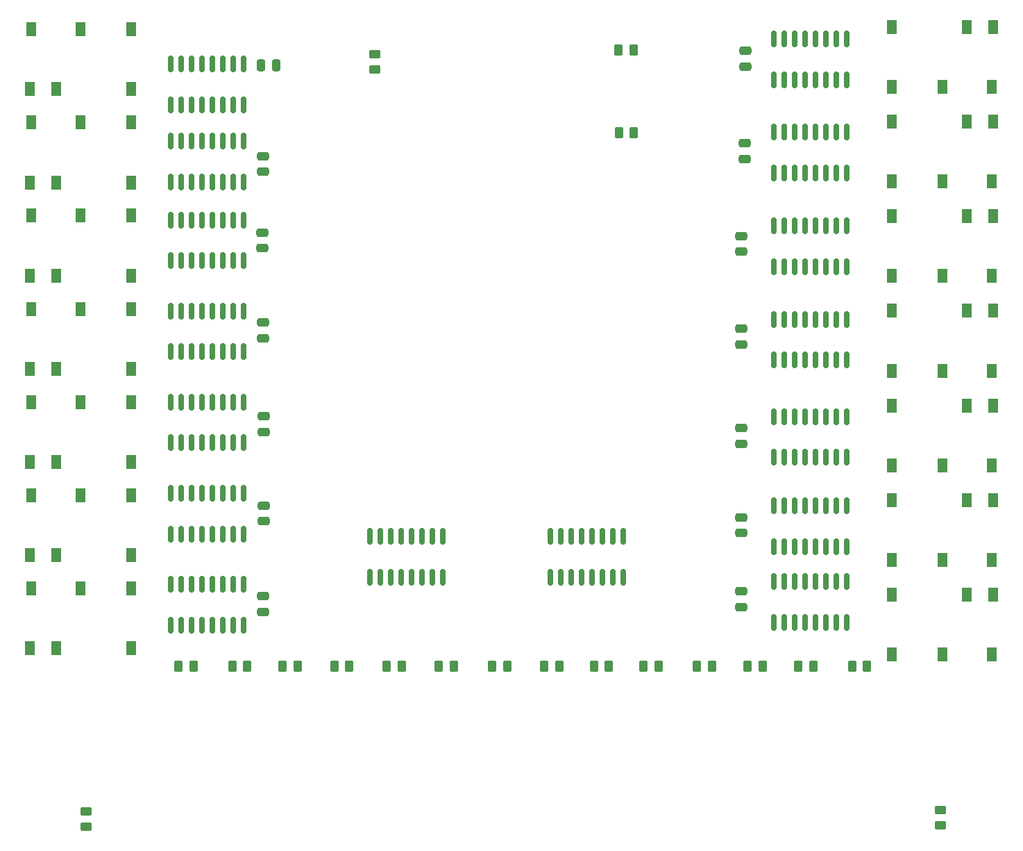
<source format=gbr>
%TF.GenerationSoftware,KiCad,Pcbnew,8.0.5*%
%TF.CreationDate,2024-12-17T00:57:55+08:00*%
%TF.ProjectId,hardware,68617264-7761-4726-952e-6b696361645f,rev?*%
%TF.SameCoordinates,Original*%
%TF.FileFunction,Paste,Top*%
%TF.FilePolarity,Positive*%
%FSLAX46Y46*%
G04 Gerber Fmt 4.6, Leading zero omitted, Abs format (unit mm)*
G04 Created by KiCad (PCBNEW 8.0.5) date 2024-12-17 00:57:55*
%MOMM*%
%LPD*%
G01*
G04 APERTURE LIST*
G04 Aperture macros list*
%AMRoundRect*
0 Rectangle with rounded corners*
0 $1 Rounding radius*
0 $2 $3 $4 $5 $6 $7 $8 $9 X,Y pos of 4 corners*
0 Add a 4 corners polygon primitive as box body*
4,1,4,$2,$3,$4,$5,$6,$7,$8,$9,$2,$3,0*
0 Add four circle primitives for the rounded corners*
1,1,$1+$1,$2,$3*
1,1,$1+$1,$4,$5*
1,1,$1+$1,$6,$7*
1,1,$1+$1,$8,$9*
0 Add four rect primitives between the rounded corners*
20,1,$1+$1,$2,$3,$4,$5,0*
20,1,$1+$1,$4,$5,$6,$7,0*
20,1,$1+$1,$6,$7,$8,$9,0*
20,1,$1+$1,$8,$9,$2,$3,0*%
G04 Aperture macros list end*
%ADD10RoundRect,0.250000X-0.450000X0.262500X-0.450000X-0.262500X0.450000X-0.262500X0.450000X0.262500X0*%
%ADD11RoundRect,0.250000X-0.262500X-0.450000X0.262500X-0.450000X0.262500X0.450000X-0.262500X0.450000X0*%
%ADD12R,1.300000X1.700000*%
%ADD13RoundRect,0.250000X0.262500X0.450000X-0.262500X0.450000X-0.262500X-0.450000X0.262500X-0.450000X0*%
%ADD14RoundRect,0.250000X-0.475000X0.250000X-0.475000X-0.250000X0.475000X-0.250000X0.475000X0.250000X0*%
%ADD15RoundRect,0.250000X-0.250000X-0.475000X0.250000X-0.475000X0.250000X0.475000X-0.250000X0.475000X0*%
%ADD16RoundRect,0.150000X0.150000X-0.825000X0.150000X0.825000X-0.150000X0.825000X-0.150000X-0.825000X0*%
G04 APERTURE END LIST*
D10*
%TO.C,R19*%
X271800000Y-148287500D03*
X271800000Y-150112500D03*
%TD*%
D11*
%TO.C,R18*%
X261037500Y-130700000D03*
X262862500Y-130700000D03*
%TD*%
%TO.C,R17*%
X256312500Y-130700000D03*
X254487500Y-130700000D03*
%TD*%
%TO.C,R16*%
X250112500Y-130700000D03*
X248287500Y-130700000D03*
%TD*%
%TO.C,R15*%
X243962500Y-130700000D03*
X242137500Y-130700000D03*
%TD*%
%TO.C,R14*%
X237412500Y-130700000D03*
X235587500Y-130700000D03*
%TD*%
%TO.C,R13*%
X231362500Y-130700000D03*
X229537500Y-130700000D03*
%TD*%
%TO.C,R12*%
X225312500Y-130700000D03*
X223487500Y-130700000D03*
%TD*%
%TO.C,R11*%
X218962500Y-130700000D03*
X217137500Y-130700000D03*
%TD*%
%TO.C,R10*%
X212462500Y-130700000D03*
X210637500Y-130700000D03*
%TD*%
%TO.C,R9*%
X206112500Y-130700000D03*
X204287500Y-130700000D03*
%TD*%
%TO.C,R8*%
X199712500Y-130700000D03*
X197887500Y-130700000D03*
%TD*%
%TO.C,R7*%
X193412500Y-130700000D03*
X191587500Y-130700000D03*
%TD*%
%TO.C,R6*%
X187262500Y-130700000D03*
X185437500Y-130700000D03*
%TD*%
%TO.C,R5*%
X180712500Y-130700000D03*
X178887500Y-130700000D03*
%TD*%
D10*
%TO.C,R4*%
X167550000Y-150262500D03*
X167550000Y-148437500D03*
%TD*%
D12*
%TO.C,M12*%
X265850000Y-106241664D03*
X265850000Y-98941664D03*
X272050000Y-106241664D03*
X275050000Y-98941664D03*
X278050000Y-106241664D03*
X278250000Y-98941664D03*
%TD*%
D10*
%TO.C,R3*%
X202800000Y-56137500D03*
X202800000Y-57962500D03*
%TD*%
D13*
%TO.C,R2*%
X234370000Y-55660000D03*
X232545000Y-55660000D03*
%TD*%
%TO.C,R1*%
X234415000Y-65700000D03*
X232590000Y-65700000D03*
%TD*%
D14*
%TO.C,C14*%
X247500000Y-123500000D03*
X247500000Y-121600000D03*
%TD*%
%TO.C,C13*%
X247500000Y-112600000D03*
X247500000Y-114500000D03*
%TD*%
%TO.C,C12*%
X247500000Y-101700000D03*
X247500000Y-103600000D03*
%TD*%
%TO.C,C11*%
X247500000Y-89600000D03*
X247500000Y-91500000D03*
%TD*%
%TO.C,C10*%
X247500000Y-78300000D03*
X247500000Y-80200000D03*
%TD*%
%TO.C,C9*%
X247900000Y-67000000D03*
X247900000Y-68900000D03*
%TD*%
%TO.C,C8*%
X248000000Y-55750000D03*
X248000000Y-57650000D03*
%TD*%
%TO.C,C7*%
X189200000Y-122200000D03*
X189200000Y-124100000D03*
%TD*%
%TO.C,C6*%
X189250000Y-111150000D03*
X189250000Y-113050000D03*
%TD*%
%TO.C,C5*%
X189250000Y-100250000D03*
X189250000Y-102150000D03*
%TD*%
%TO.C,C4*%
X189150000Y-88850000D03*
X189150000Y-90750000D03*
%TD*%
%TO.C,C3*%
X189100000Y-77850000D03*
X189100000Y-79750000D03*
%TD*%
%TO.C,C2*%
X189200000Y-70450000D03*
X189200000Y-68550000D03*
%TD*%
D15*
%TO.C,C1*%
X188900000Y-57450000D03*
X190800000Y-57450000D03*
%TD*%
D12*
%TO.C,M14*%
X278250000Y-122000000D03*
X278050000Y-129300000D03*
X275050000Y-122000000D03*
X272050000Y-129300000D03*
X265850000Y-122000000D03*
X265850000Y-129300000D03*
%TD*%
%TO.C,M13*%
X278250000Y-110470830D03*
X278050000Y-117770830D03*
X275050000Y-110470830D03*
X272050000Y-117770830D03*
X265850000Y-110470830D03*
X265850000Y-117770830D03*
%TD*%
%TO.C,M11*%
X265850000Y-94712498D03*
X265850000Y-87412498D03*
X272050000Y-94712498D03*
X275050000Y-87412498D03*
X278050000Y-94712498D03*
X278250000Y-87412498D03*
%TD*%
%TO.C,M9*%
X265850000Y-71654166D03*
X265850000Y-64354166D03*
X272050000Y-71654166D03*
X275050000Y-64354166D03*
X278050000Y-71654166D03*
X278250000Y-64354166D03*
%TD*%
%TO.C,M8*%
X265850000Y-60125000D03*
X265850000Y-52825000D03*
X272050000Y-60125000D03*
X275050000Y-52825000D03*
X278050000Y-60125000D03*
X278250000Y-52825000D03*
%TD*%
%TO.C,M7*%
X173115000Y-121250000D03*
X173115000Y-128550000D03*
X166915000Y-121250000D03*
X163915000Y-128550000D03*
X160915000Y-121250000D03*
X160715000Y-128550000D03*
%TD*%
%TO.C,M6*%
X160715000Y-117191665D03*
X160915000Y-109891665D03*
X163915000Y-117191665D03*
X166915000Y-109891665D03*
X173115000Y-117191665D03*
X173115000Y-109891665D03*
%TD*%
%TO.C,M5*%
X160715000Y-105833332D03*
X160915000Y-98533332D03*
X163915000Y-105833332D03*
X166915000Y-98533332D03*
X173115000Y-105833332D03*
X173115000Y-98533332D03*
%TD*%
%TO.C,M4*%
X160715000Y-94474999D03*
X160915000Y-87174999D03*
X163915000Y-94474999D03*
X166915000Y-87174999D03*
X173115000Y-94474999D03*
X173115000Y-87174999D03*
%TD*%
%TO.C,M3*%
X160715000Y-83116666D03*
X160915000Y-75816666D03*
X163915000Y-83116666D03*
X166915000Y-75816666D03*
X173115000Y-83116666D03*
X173115000Y-75816666D03*
%TD*%
%TO.C,M2*%
X160715000Y-71758333D03*
X160915000Y-64458333D03*
X163915000Y-71758333D03*
X166915000Y-64458333D03*
X173115000Y-71758333D03*
X173115000Y-64458333D03*
%TD*%
%TO.C,M1*%
X173115000Y-53100000D03*
X173115000Y-60400000D03*
X166915000Y-53100000D03*
X163915000Y-60400000D03*
X160915000Y-53100000D03*
X160715000Y-60400000D03*
%TD*%
D16*
%TO.C,U8*%
X177930000Y-103500000D03*
X179200000Y-103500000D03*
X180470000Y-103500000D03*
X181740000Y-103500000D03*
X183010000Y-103500000D03*
X184280000Y-103500000D03*
X185550000Y-103500000D03*
X186820000Y-103500000D03*
X186820000Y-98550000D03*
X185550000Y-98550000D03*
X184280000Y-98550000D03*
X183010000Y-98550000D03*
X181740000Y-98550000D03*
X180470000Y-98550000D03*
X179200000Y-98550000D03*
X177930000Y-98550000D03*
%TD*%
%TO.C,U14*%
X251480000Y-93400000D03*
X252750000Y-93400000D03*
X254020000Y-93400000D03*
X255290000Y-93400000D03*
X256560000Y-93400000D03*
X257830000Y-93400000D03*
X259100000Y-93400000D03*
X260370000Y-93400000D03*
X260370000Y-88450000D03*
X259100000Y-88450000D03*
X257830000Y-88450000D03*
X256560000Y-88450000D03*
X255290000Y-88450000D03*
X254020000Y-88450000D03*
X252750000Y-88450000D03*
X251480000Y-88450000D03*
%TD*%
%TO.C,U17*%
X251480000Y-125350000D03*
X252750000Y-125350000D03*
X254020000Y-125350000D03*
X255290000Y-125350000D03*
X256560000Y-125350000D03*
X257830000Y-125350000D03*
X259100000Y-125350000D03*
X260370000Y-125350000D03*
X260370000Y-120400000D03*
X259100000Y-120400000D03*
X257830000Y-120400000D03*
X256560000Y-120400000D03*
X255290000Y-120400000D03*
X254020000Y-120400000D03*
X252750000Y-120400000D03*
X251480000Y-120400000D03*
%TD*%
%TO.C,U7*%
X177930000Y-92400000D03*
X179200000Y-92400000D03*
X180470000Y-92400000D03*
X181740000Y-92400000D03*
X183010000Y-92400000D03*
X184280000Y-92400000D03*
X185550000Y-92400000D03*
X186820000Y-92400000D03*
X186820000Y-87450000D03*
X185550000Y-87450000D03*
X184280000Y-87450000D03*
X183010000Y-87450000D03*
X181740000Y-87450000D03*
X180470000Y-87450000D03*
X179200000Y-87450000D03*
X177930000Y-87450000D03*
%TD*%
%TO.C,U5*%
X177955000Y-71675000D03*
X179225000Y-71675000D03*
X180495000Y-71675000D03*
X181765000Y-71675000D03*
X183035000Y-71675000D03*
X184305000Y-71675000D03*
X185575000Y-71675000D03*
X186845000Y-71675000D03*
X186845000Y-66725000D03*
X185575000Y-66725000D03*
X184305000Y-66725000D03*
X183035000Y-66725000D03*
X181765000Y-66725000D03*
X180495000Y-66725000D03*
X179225000Y-66725000D03*
X177955000Y-66725000D03*
%TD*%
%TO.C,U9*%
X177930000Y-114600000D03*
X179200000Y-114600000D03*
X180470000Y-114600000D03*
X181740000Y-114600000D03*
X183010000Y-114600000D03*
X184280000Y-114600000D03*
X185550000Y-114600000D03*
X186820000Y-114600000D03*
X186820000Y-109650000D03*
X185550000Y-109650000D03*
X184280000Y-109650000D03*
X183010000Y-109650000D03*
X181740000Y-109650000D03*
X180470000Y-109650000D03*
X179200000Y-109650000D03*
X177930000Y-109650000D03*
%TD*%
%TO.C,U16*%
X251480000Y-116150000D03*
X252750000Y-116150000D03*
X254020000Y-116150000D03*
X255290000Y-116150000D03*
X256560000Y-116150000D03*
X257830000Y-116150000D03*
X259100000Y-116150000D03*
X260370000Y-116150000D03*
X260370000Y-111200000D03*
X259100000Y-111200000D03*
X257830000Y-111200000D03*
X256560000Y-111200000D03*
X255290000Y-111200000D03*
X254020000Y-111200000D03*
X252750000Y-111200000D03*
X251480000Y-111200000D03*
%TD*%
%TO.C,U6*%
X177930000Y-81300000D03*
X179200000Y-81300000D03*
X180470000Y-81300000D03*
X181740000Y-81300000D03*
X183010000Y-81300000D03*
X184280000Y-81300000D03*
X185550000Y-81300000D03*
X186820000Y-81300000D03*
X186820000Y-76350000D03*
X185550000Y-76350000D03*
X184280000Y-76350000D03*
X183010000Y-76350000D03*
X181740000Y-76350000D03*
X180470000Y-76350000D03*
X179200000Y-76350000D03*
X177930000Y-76350000D03*
%TD*%
%TO.C,U15*%
X251480000Y-100300000D03*
X252750000Y-100300000D03*
X254020000Y-100300000D03*
X255290000Y-100300000D03*
X256560000Y-100300000D03*
X257830000Y-100300000D03*
X259100000Y-100300000D03*
X260370000Y-100300000D03*
X260370000Y-105250000D03*
X259100000Y-105250000D03*
X257830000Y-105250000D03*
X256560000Y-105250000D03*
X255290000Y-105250000D03*
X254020000Y-105250000D03*
X252750000Y-105250000D03*
X251480000Y-105250000D03*
%TD*%
%TO.C,U4*%
X177930000Y-57350000D03*
X179200000Y-57350000D03*
X180470000Y-57350000D03*
X181740000Y-57350000D03*
X183010000Y-57350000D03*
X184280000Y-57350000D03*
X185550000Y-57350000D03*
X186820000Y-57350000D03*
X186820000Y-62300000D03*
X185550000Y-62300000D03*
X184280000Y-62300000D03*
X183010000Y-62300000D03*
X181740000Y-62300000D03*
X180470000Y-62300000D03*
X179200000Y-62300000D03*
X177930000Y-62300000D03*
%TD*%
%TO.C,U2*%
X202200000Y-114925000D03*
X203470000Y-114925000D03*
X204740000Y-114925000D03*
X206010000Y-114925000D03*
X207280000Y-114925000D03*
X208550000Y-114925000D03*
X209820000Y-114925000D03*
X211090000Y-114925000D03*
X211090000Y-119875000D03*
X209820000Y-119875000D03*
X208550000Y-119875000D03*
X207280000Y-119875000D03*
X206010000Y-119875000D03*
X204740000Y-119875000D03*
X203470000Y-119875000D03*
X202200000Y-119875000D03*
%TD*%
%TO.C,U10*%
X177930000Y-125700000D03*
X179200000Y-125700000D03*
X180470000Y-125700000D03*
X181740000Y-125700000D03*
X183010000Y-125700000D03*
X184280000Y-125700000D03*
X185550000Y-125700000D03*
X186820000Y-125700000D03*
X186820000Y-120750000D03*
X185550000Y-120750000D03*
X184280000Y-120750000D03*
X183010000Y-120750000D03*
X181740000Y-120750000D03*
X180470000Y-120750000D03*
X179200000Y-120750000D03*
X177930000Y-120750000D03*
%TD*%
%TO.C,U12*%
X251480000Y-70600000D03*
X252750000Y-70600000D03*
X254020000Y-70600000D03*
X255290000Y-70600000D03*
X256560000Y-70600000D03*
X257830000Y-70600000D03*
X259100000Y-70600000D03*
X260370000Y-70600000D03*
X260370000Y-65650000D03*
X259100000Y-65650000D03*
X257830000Y-65650000D03*
X256560000Y-65650000D03*
X255290000Y-65650000D03*
X254020000Y-65650000D03*
X252750000Y-65650000D03*
X251480000Y-65650000D03*
%TD*%
%TO.C,U11*%
X251480000Y-59250000D03*
X252750000Y-59250000D03*
X254020000Y-59250000D03*
X255290000Y-59250000D03*
X256560000Y-59250000D03*
X257830000Y-59250000D03*
X259100000Y-59250000D03*
X260370000Y-59250000D03*
X260370000Y-54300000D03*
X259100000Y-54300000D03*
X257830000Y-54300000D03*
X256560000Y-54300000D03*
X255290000Y-54300000D03*
X254020000Y-54300000D03*
X252750000Y-54300000D03*
X251480000Y-54300000D03*
%TD*%
%TO.C,U3*%
X224255000Y-114925000D03*
X225525000Y-114925000D03*
X226795000Y-114925000D03*
X228065000Y-114925000D03*
X229335000Y-114925000D03*
X230605000Y-114925000D03*
X231875000Y-114925000D03*
X233145000Y-114925000D03*
X233145000Y-119875000D03*
X231875000Y-119875000D03*
X230605000Y-119875000D03*
X229335000Y-119875000D03*
X228065000Y-119875000D03*
X226795000Y-119875000D03*
X225525000Y-119875000D03*
X224255000Y-119875000D03*
%TD*%
%TO.C,U13*%
X251480000Y-82025000D03*
X252750000Y-82025000D03*
X254020000Y-82025000D03*
X255290000Y-82025000D03*
X256560000Y-82025000D03*
X257830000Y-82025000D03*
X259100000Y-82025000D03*
X260370000Y-82025000D03*
X260370000Y-77075000D03*
X259100000Y-77075000D03*
X257830000Y-77075000D03*
X256560000Y-77075000D03*
X255290000Y-77075000D03*
X254020000Y-77075000D03*
X252750000Y-77075000D03*
X251480000Y-77075000D03*
%TD*%
D12*
%TO.C,M10*%
X265850000Y-83183332D03*
X265850000Y-75883332D03*
X272050000Y-83183332D03*
X275050000Y-75883332D03*
X278050000Y-83183332D03*
X278250000Y-75883332D03*
%TD*%
M02*

</source>
